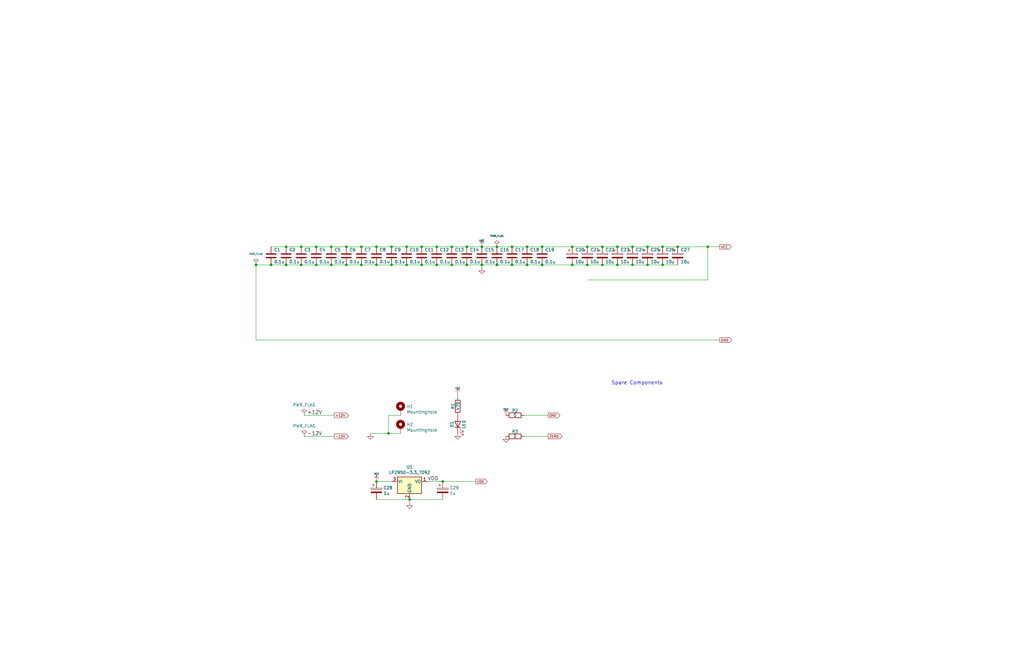
<source format=kicad_sch>
(kicad_sch (version 20211123) (generator eeschema)
  (paper "B")
  (lib_symbols
    (symbol "Device:C" (pin_numbers hide) (pin_names (offset 0.254))
      (property "Reference" "C" (at 0.635 2.54 0))
      (property "Value" "C" (at 0.635 -2.54 0))
      (symbol "C_0_1"
        (polyline (pts (xy -2.032 -0.762) (xy 2.032 -0.762)) (stroke (width 0.508)))
        (polyline (pts (xy -2.032 0.762) (xy 2.032 0.762)) (stroke (width 0.508)))
      )
      (symbol "C_1_1"
        (pin passive line (at 0 3.81 270) (length 2.794) (name "~") (number "1"))
        (pin passive line (at 0 -3.81 90) (length 2.794) (name "~") (number "2"))
      )
    )
    (symbol "Device:C_Polarized" (pin_numbers hide) (pin_names (offset 0.254))
      (property "Reference" "C" (at 0.635 2.54 0))
      (property "Value" "C_Polarized" (at 0.635 -2.54 0))
      (symbol "C_Polarized_0_1"
        (rectangle (start -2.286 0.508) (end 2.286 1.016))
        (polyline (pts (xy -1.778 2.286) (xy -0.762 2.286)))
        (polyline (pts (xy -1.27 2.794) (xy -1.27 1.778)))
        (rectangle (start 2.286 -0.508) (end -2.286 -1.016) (fill (type outline)))
      )
      (symbol "C_Polarized_1_1"
        (pin passive line (at 0 3.81 270) (length 2.794) (name "~") (number "1"))
        (pin passive line (at 0 -3.81 90) (length 2.794) (name "~") (number "2"))
      )
    )
    (symbol "Device:LED" (pin_numbers hide) (pin_names (offset 1.016) hide)
      (property "Reference" "D" (at 0 2.54 0))
      (property "Value" "LED" (at 0 -2.54 0))
      (symbol "LED_0_1"
        (polyline (pts (xy -1.27 -1.27) (xy -1.27 1.27)) (stroke (width 0.254)))
        (polyline (pts (xy -1.27 0) (xy 1.27 0)))
        (polyline (pts (xy 1.27 -1.27) (xy 1.27 1.27) (xy -1.27 0) (xy 1.27 -1.27)) (stroke (width 0.254)))
        (polyline (pts (xy -3.048 -0.762) (xy -4.572 -2.286) (xy -3.81 -2.286) (xy -4.572 -2.286) (xy -4.572 -1.524)))
        (polyline (pts (xy -1.778 -0.762) (xy -3.302 -2.286) (xy -2.54 -2.286) (xy -3.302 -2.286) (xy -3.302 -1.524)))
      )
      (symbol "LED_1_1"
        (pin passive line (at -3.81 0 0) (length 2.54) (name "K") (number "1"))
        (pin passive line (at 3.81 0 180) (length 2.54) (name "A") (number "2"))
      )
    )
    (symbol "Device:R" (pin_numbers hide) (pin_names (offset 0))
      (property "Reference" "R" (at 2.032 0 90))
      (property "Value" "R" (at 0 0 90))
      (symbol "R_0_1"
        (rectangle (start -1.016 -2.54) (end 1.016 2.54) (stroke (width 0.254)))
      )
      (symbol "R_1_1"
        (pin passive line (at 0 3.81 270) (length 1.27) (name "~") (number "1"))
        (pin passive line (at 0 -3.81 90) (length 1.27) (name "~") (number "2"))
      )
    )
    (symbol "Mechanical:MountingHole_Pad" (pin_numbers hide) (pin_names (offset 1.016) hide)
      (property "Reference" "H" (at 0 6.35 0))
      (property "Value" "MountingHole_Pad" (at 0 4.445 0))
      (symbol "MountingHole_Pad_0_1"
        (circle (center 0 1.27) (radius 1.27) (stroke (width 1.27)))
      )
      (symbol "MountingHole_Pad_1_1"
        (pin input line (at 0 -2.54 90) (length 2.54) (name "1") (number "1"))
      )
    )
    (symbol "Regulator_Linear:LP2950-3.3_TO92" (pin_names (offset 0.254))
      (property "Reference" "U" (at -3.81 3.175 0))
      (property "Value" "LP2950-3.3_TO92" (at 0 3.175 0))
      (symbol "LP2950-3.3_TO92_0_1"
        (rectangle (start -5.08 -5.08) (end 5.08 1.905) (stroke (width 0.254)) (fill (type background)))
      )
      (symbol "LP2950-3.3_TO92_1_1"
        (pin power_out line (at 7.62 0 180) (length 2.54) (name "VO") (number "1"))
        (pin power_in line (at 0 -7.62 90) (length 2.54) (name "GND") (number "2"))
        (pin power_in line (at -7.62 0 0) (length 2.54) (name "VI") (number "3"))
      )
    )
    (symbol "power:GND" (power) (pin_names (offset 0))
      (property "Value" "GND" (at 0 -3.81 0))
      (symbol "GND_0_1"
        (polyline (pts (xy 0 0) (xy 0 -1.27) (xy 1.27 -1.27) (xy 0 -2.54) (xy -1.27 -1.27) (xy 0 -1.27)))
      )
      (symbol "GND_1_1"
        (pin power_in line (at 0 0 270) (length 0) hide (name "GND") (number "1"))
      )
    )
    (symbol "power:PWR_FLAG" (power) (pin_numbers hide) (pin_names (offset 0) hide)
      (property "Value" "PWR_FLAG" (at 0 3.81 0))
      (symbol "PWR_FLAG_0_0"
        (pin power_out line (at 0 0 90) (length 0) (name "pwr") (number "1"))
      )
      (symbol "PWR_FLAG_0_1"
        (polyline (pts (xy 0 0) (xy 0 1.27) (xy -1.016 1.905) (xy 0 2.54) (xy 1.016 1.905) (xy 0 1.27)))
      )
    )
    (symbol "power:VCC" (power) (pin_names (offset 0))
      (property "Value" "VCC" (at 0 3.81 0))
      (symbol "VCC_0_1"
        (polyline (pts (xy -0.762 1.27) (xy 0 2.54)))
        (polyline (pts (xy 0 0) (xy 0 2.54)))
        (polyline (pts (xy 0 2.54) (xy 0.762 1.27)))
      )
      (symbol "VCC_1_1"
        (pin power_in line (at 0 0 90) (length 0) hide (name "VCC") (number "1"))
      )
    )
  )
  (junction (at 273.05 104.14))
  (junction (at 241.3 111.76))
  (junction (at 158.75 203.2))
  (junction (at 279.4 111.76))
  (junction (at 127 104.14))
  (junction (at 228.6 104.14))
  (junction (at 285.75 104.14))
  (junction (at 177.8 104.14))
  (junction (at 203.2 104.14))
  (junction (at 152.4 104.14))
  (junction (at 203.2 111.76))
  (junction (at 222.25 104.14))
  (junction (at 247.65 104.14))
  (junction (at 152.4 111.76))
  (junction (at 196.85 104.14))
  (junction (at 215.9 111.76))
  (junction (at 209.55 104.14))
  (junction (at 209.55 111.76))
  (junction (at 172.72 210.82))
  (junction (at 260.35 111.76))
  (junction (at 196.85 111.76))
  (junction (at 241.3 104.14))
  (junction (at 165.1 104.14))
  (junction (at 139.7 104.14))
  (junction (at 127 111.76))
  (junction (at 114.3 111.76))
  (junction (at 260.35 104.14))
  (junction (at 177.8 111.76))
  (junction (at 163.83 182.88))
  (junction (at 107.95 111.76))
  (junction (at 171.45 104.14))
  (junction (at 190.5 104.14))
  (junction (at 184.15 104.14))
  (junction (at 266.7 111.76))
  (junction (at 158.75 104.14))
  (junction (at 133.35 111.76))
  (junction (at 171.45 111.76))
  (junction (at 165.1 111.76))
  (junction (at 279.4 104.14))
  (junction (at 298.45 104.14))
  (junction (at 266.7 104.14))
  (junction (at 247.65 111.76))
  (junction (at 146.05 104.14))
  (junction (at 228.6 111.76))
  (junction (at 184.15 111.76))
  (junction (at 215.9 104.14))
  (junction (at 190.5 111.76))
  (junction (at 254 104.14))
  (junction (at 133.35 104.14))
  (junction (at 186.69 203.2))
  (junction (at 273.05 111.76))
  (junction (at 146.05 111.76))
  (junction (at 254 111.76))
  (junction (at 222.25 111.76))
  (junction (at 139.7 111.76))
  (junction (at 120.65 111.76))
  (junction (at 158.75 111.76))
  (junction (at 120.65 104.14))
  (wire (pts (xy 152.4 111.76) (xy 158.75 111.76)))
  (wire (pts (xy 133.35 111.76) (xy 139.7 111.76)))
  (wire (pts (xy 158.75 104.14) (xy 152.4 104.14)))
  (wire (pts (xy 222.25 111.76) (xy 228.6 111.76)))
  (wire (pts (xy 203.2 111.76) (xy 209.55 111.76)))
  (wire (pts (xy 266.7 111.76) (xy 273.05 111.76)))
  (wire (pts (xy 165.1 203.2) (xy 158.75 203.2)))
  (wire (pts (xy 200.66 203.2) (xy 186.69 203.2)))
  (wire (pts (xy 190.5 111.76) (xy 196.85 111.76)))
  (wire (pts (xy 168.91 182.88) (xy 163.83 182.88)))
  (wire (pts (xy 128.27 175.26) (xy 140.97 175.26)))
  (wire (pts (xy 165.1 104.14) (xy 158.75 104.14)))
  (wire (pts (xy 254 111.76) (xy 260.35 111.76)))
  (wire (pts (xy 222.25 104.14) (xy 228.6 104.14)))
  (wire (pts (xy 241.3 104.14) (xy 247.65 104.14)))
  (wire (pts (xy 247.65 111.76) (xy 254 111.76)))
  (wire (pts (xy 260.35 104.14) (xy 266.7 104.14)))
  (wire (pts (xy 172.72 210.82) (xy 186.69 210.82)))
  (wire (pts (xy 196.85 111.76) (xy 203.2 111.76)))
  (wire (pts (xy 209.55 104.14) (xy 215.9 104.14)))
  (wire (pts (xy 158.75 111.76) (xy 165.1 111.76)))
  (wire (pts (xy 107.95 111.76) (xy 114.3 111.76)))
  (wire (pts (xy 228.6 104.14) (xy 241.3 104.14)))
  (wire (pts (xy 203.2 104.14) (xy 209.55 104.14)))
  (wire (pts (xy 120.65 104.14) (xy 114.3 104.14)))
  (wire (pts (xy 180.34 203.2) (xy 186.69 203.2)))
  (wire (pts (xy 184.15 104.14) (xy 190.5 104.14)))
  (wire (pts (xy 171.45 104.14) (xy 177.8 104.14)))
  (wire (pts (xy 128.27 184.15) (xy 140.97 184.15)))
  (wire (pts (xy 260.35 111.76) (xy 266.7 111.76)))
  (wire (pts (xy 127 111.76) (xy 133.35 111.76)))
  (wire (pts (xy 172.72 212.09) (xy 172.72 210.82)))
  (wire (pts (xy 279.4 104.14) (xy 285.75 104.14)))
  (wire (pts (xy 298.45 118.11) (xy 298.45 104.14)))
  (wire (pts (xy 127 104.14) (xy 120.65 104.14)))
  (wire (pts (xy 273.05 111.76) (xy 279.4 111.76)))
  (wire (pts (xy 139.7 111.76) (xy 146.05 111.76)))
  (wire (pts (xy 114.3 111.76) (xy 120.65 111.76)))
  (wire (pts (xy 215.9 111.76) (xy 222.25 111.76)))
  (wire (pts (xy 247.65 118.11) (xy 298.45 118.11)))
  (wire (pts (xy 279.4 111.76) (xy 285.75 111.76)))
  (wire (pts (xy 254 104.14) (xy 260.35 104.14)))
  (wire (pts (xy 107.95 143.51) (xy 303.53 143.51)))
  (wire (pts (xy 177.8 111.76) (xy 184.15 111.76)))
  (wire (pts (xy 298.45 104.14) (xy 303.53 104.14)))
  (wire (pts (xy 220.98 175.26) (xy 231.14 175.26)))
  (wire (pts (xy 152.4 104.14) (xy 146.05 104.14)))
  (wire (pts (xy 168.91 175.26) (xy 163.83 175.26)))
  (wire (pts (xy 203.2 111.76) (xy 203.2 113.03)))
  (wire (pts (xy 133.35 104.14) (xy 127 104.14)))
  (wire (pts (xy 146.05 104.14) (xy 139.7 104.14)))
  (wire (pts (xy 107.95 111.76) (xy 107.95 143.51)))
  (wire (pts (xy 184.15 111.76) (xy 190.5 111.76)))
  (wire (pts (xy 158.75 210.82) (xy 172.72 210.82)))
  (wire (pts (xy 193.04 167.64) (xy 193.04 166.37)))
  (wire (pts (xy 247.65 104.14) (xy 254 104.14)))
  (wire (pts (xy 228.6 111.76) (xy 241.3 111.76)))
  (wire (pts (xy 165.1 111.76) (xy 171.45 111.76)))
  (wire (pts (xy 273.05 104.14) (xy 279.4 104.14)))
  (wire (pts (xy 171.45 104.14) (xy 165.1 104.14)))
  (wire (pts (xy 220.98 184.15) (xy 231.14 184.15)))
  (wire (pts (xy 266.7 104.14) (xy 273.05 104.14)))
  (wire (pts (xy 190.5 104.14) (xy 196.85 104.14)))
  (wire (pts (xy 177.8 104.14) (xy 184.15 104.14)))
  (wire (pts (xy 163.83 175.26) (xy 163.83 182.88)))
  (wire (pts (xy 139.7 104.14) (xy 133.35 104.14)))
  (wire (pts (xy 171.45 111.76) (xy 177.8 111.76)))
  (wire (pts (xy 241.3 111.76) (xy 247.65 111.76)))
  (wire (pts (xy 196.85 104.14) (xy 203.2 104.14)))
  (wire (pts (xy 120.65 111.76) (xy 127 111.76)))
  (wire (pts (xy 215.9 104.14) (xy 222.25 104.14)))
  (wire (pts (xy 146.05 111.76) (xy 152.4 111.76)))
  (wire (pts (xy 285.75 104.14) (xy 298.45 104.14)))
  (wire (pts (xy 209.55 111.76) (xy 215.9 111.76)))
  (wire (pts (xy 163.83 182.88) (xy 156.21 182.88)))
  (text "Spare Components" (at 257.81 162.56 0) (effects (font (size 1.524 1.524)) (justify left bottom)))
  (label "VDD" (at 180.34 203.2 0) (effects (font (size 1.524 1.524))))
  (label "-12V" (at 129.54 184.15 0) (effects (font (size 1.524 1.524))))
  (label "+12V" (at 129.54 175.26 0) (effects (font (size 1.524 1.524))))
  (global_label "VDD" (shape output) (at 200.66 203.2 0) (effects (font (size 1.016 1.016))) (property "Intersheet References" "${INTERSHEET_REFS}" (effects hide)))
  (global_label "ZERO" (shape output) (at 231.14 184.15 0) (effects (font (size 1.016 1.016))) (property "Intersheet References" "${INTERSHEET_REFS}" (effects hide)))
  (global_label "VCC" (shape output) (at 303.53 104.14 0) (effects (font (size 1.016 1.016))) (property "Intersheet References" "${INTERSHEET_REFS}" (effects hide)))
  (global_label "+12V" (shape output) (at 140.97 175.26 0) (effects (font (size 1.016 1.016))) (property "Intersheet References" "${INTERSHEET_REFS}" (effects hide)))
  (global_label "GND" (shape output) (at 303.53 143.51 0) (effects (font (size 1.016 1.016))) (property "Intersheet References" "${INTERSHEET_REFS}" (effects hide)))
  (global_label "-12V" (shape output) (at 140.97 184.15 0) (effects (font (size 1.016 1.016))) (property "Intersheet References" "${INTERSHEET_REFS}" (effects hide)))
  (global_label "ONE" (shape output) (at 231.14 175.26 0) (effects (font (size 1.016 1.016))) (property "Intersheet References" "${INTERSHEET_REFS}" (effects hide)))
  (symbol (lib_id "Device:C_Polarized") (at 285.75 107.95 0) (unit 1)
    (property "Reference" "C27" (at 287.02 105.41 0) (effects (justify left)))
    (property "Value" "10u" (at 287.02 110.49 0) (effects (justify left)))
    (property "Footprint" "Capacitor_THT:CP_Radial_D5.0mm_P2.50mm" (effects hide))
  )
  (symbol (lib_id "Device:C") (at 114.3 107.95 0) (unit 1)
    (property "Reference" "C1" (at 115.57 105.41 0) (effects (justify left)))
    (property "Value" "0.1u" (at 115.57 110.49 0) (effects (justify left)))
    (property "Footprint" "Capacitor_THT:C_Disc_D5.0mm_W2.5mm_P5.00mm" (effects hide))
  )
  (symbol (lib_id "power:GND") (at 203.2 113.03 0) (unit 1)
    (property "Reference" "#PWR05" (effects hide))
    (property "Value" "GND" (effects hide))
  )
  (symbol (lib_id "power:VCC") (at 203.2 104.14 0) (unit 1)
    (property "Reference" "#PWR04" (effects hide))
    (property "Value" "VCC" (at 203.2 101.6 0) (effects (font (size 0.762 0.762))))
  )
  (symbol (lib_id "Device:C") (at 215.9 107.95 0) (unit 1)
    (property "Reference" "C17" (at 217.17 105.41 0) (effects (justify left)))
    (property "Value" "0.1u" (at 217.17 110.49 0) (effects (justify left)))
    (property "Footprint" "Capacitor_THT:C_Disc_D5.0mm_W2.5mm_P5.00mm" (effects hide))
  )
  (symbol (lib_id "Device:C") (at 165.1 107.95 0) (unit 1)
    (property "Reference" "C9" (at 166.37 105.41 0) (effects (justify left)))
    (property "Value" "0.1u" (at 166.37 110.49 0) (effects (justify left)))
    (property "Footprint" "Capacitor_THT:C_Disc_D5.0mm_W2.5mm_P5.00mm" (effects hide))
  )
  (symbol (lib_id "Device:C") (at 171.45 107.95 0) (unit 1)
    (property "Reference" "C10" (at 172.72 105.41 0) (effects (justify left)))
    (property "Value" "0.1u" (at 172.72 110.49 0) (effects (justify left)))
    (property "Footprint" "Capacitor_THT:C_Disc_D5.0mm_W2.5mm_P5.00mm" (effects hide))
  )
  (symbol (lib_id "Device:C_Polarized") (at 266.7 107.95 0) (unit 1)
    (property "Reference" "C24" (at 267.97 105.41 0) (effects (justify left)))
    (property "Value" "10u" (at 267.97 110.49 0) (effects (justify left)))
    (property "Footprint" "Capacitor_THT:CP_Radial_D5.0mm_P2.50mm" (effects hide))
  )
  (symbol (lib_id "Device:C_Polarized") (at 273.05 107.95 0) (unit 1)
    (property "Reference" "C25" (at 274.32 105.41 0) (effects (justify left)))
    (property "Value" "10u" (at 274.32 110.49 0) (effects (justify left)))
    (property "Footprint" "Capacitor_THT:CP_Radial_D5.0mm_P2.50mm" (effects hide))
  )
  (symbol (lib_id "Device:C") (at 127 107.95 0) (unit 1)
    (property "Reference" "C3" (at 128.27 105.41 0) (effects (justify left)))
    (property "Value" "0.1u" (at 128.27 110.49 0) (effects (justify left)))
    (property "Footprint" "Capacitor_THT:C_Disc_D5.0mm_W2.5mm_P5.00mm" (effects hide))
  )
  (symbol (lib_id "Device:C") (at 133.35 107.95 0) (unit 1)
    (property "Reference" "C4" (at 134.62 105.41 0) (effects (justify left)))
    (property "Value" "0.1u" (at 134.62 110.49 0) (effects (justify left)))
    (property "Footprint" "Capacitor_THT:C_Disc_D5.0mm_W2.5mm_P5.00mm" (effects hide))
  )
  (symbol (lib_id "Device:C") (at 139.7 107.95 0) (unit 1)
    (property "Reference" "C5" (at 140.97 105.41 0) (effects (justify left)))
    (property "Value" "0.1u" (at 140.97 110.49 0) (effects (justify left)))
    (property "Footprint" "Capacitor_THT:C_Disc_D5.0mm_W2.5mm_P5.00mm" (effects hide))
  )
  (symbol (lib_id "power:GND") (at 193.04 182.88 0) (unit 1)
    (property "Reference" "#PWR03" (effects hide))
    (property "Value" "GND" (effects hide))
  )
  (symbol (lib_id "Device:C") (at 152.4 107.95 0) (unit 1)
    (property "Reference" "C7" (at 153.67 105.41 0) (effects (justify left)))
    (property "Value" "0.1u" (at 153.67 110.49 0) (effects (justify left)))
    (property "Footprint" "Capacitor_THT:C_Disc_D5.0mm_W2.5mm_P5.00mm" (effects hide))
  )
  (symbol (lib_id "Device:C_Polarized") (at 279.4 107.95 0) (unit 1)
    (property "Reference" "C26" (at 280.67 105.41 0) (effects (justify left)))
    (property "Value" "10u" (at 280.67 110.49 0) (effects (justify left)))
    (property "Footprint" "Capacitor_THT:CP_Radial_D5.0mm_P2.50mm" (effects hide))
  )
  (symbol (lib_id "Device:C") (at 177.8 107.95 0) (unit 1)
    (property "Reference" "C11" (at 179.07 105.41 0) (effects (justify left)))
    (property "Value" "0.1u" (at 179.07 110.49 0) (effects (justify left)))
    (property "Footprint" "Capacitor_THT:C_Disc_D5.0mm_W2.5mm_P5.00mm" (effects hide))
  )
  (symbol (lib_id "Device:C") (at 184.15 107.95 0) (unit 1)
    (property "Reference" "C12" (at 185.42 105.41 0) (effects (justify left)))
    (property "Value" "0.1u" (at 185.42 110.49 0) (effects (justify left)))
    (property "Footprint" "Capacitor_THT:C_Disc_D5.0mm_W2.5mm_P5.00mm" (effects hide))
  )
  (symbol (lib_id "Device:C") (at 190.5 107.95 0) (unit 1)
    (property "Reference" "C13" (at 191.77 105.41 0) (effects (justify left)))
    (property "Value" "0.1u" (at 191.77 110.49 0) (effects (justify left)))
    (property "Footprint" "Capacitor_THT:C_Disc_D5.0mm_W2.5mm_P5.00mm" (effects hide))
  )
  (symbol (lib_id "Device:R") (at 217.17 184.15 90) (unit 1)
    (property "Reference" "R3" (at 217.17 182.118 90))
    (property "Value" "0" (at 217.17 184.15 90))
    (property "Footprint" "Resistor_THT:R_Axial_DIN0207_L6.3mm_D2.5mm_P7.62mm_Horizontal" (effects hide))
  )
  (symbol (lib_id "power:GND") (at 213.36 184.15 0) (unit 1)
    (property "Reference" "#PWR07" (effects hide))
    (property "Value" "GND" (effects hide))
  )
  (symbol (lib_id "power:GND") (at 156.21 182.88 0) (unit 1)
    (property "Reference" "#PWR01" (effects hide))
    (property "Value" "GND" (effects hide))
  )
  (symbol (lib_id "Mechanical:MountingHole_Pad") (at 168.91 180.34 0) (unit 1)
    (property "Reference" "H2" (at 171.45 179.1716 0) (effects (justify left)))
    (property "Value" "MountingHole" (at 171.45 181.483 0) (effects (justify left)))
    (property "Footprint" "MountingHole:MountingHole_3.2mm_M3_Pad" (effects hide))
  )
  (symbol (lib_id "Device:C") (at 196.85 107.95 0) (unit 1)
    (property "Reference" "C14" (at 198.12 105.41 0) (effects (justify left)))
    (property "Value" "0.1u" (at 198.12 110.49 0) (effects (justify left)))
    (property "Footprint" "Capacitor_THT:C_Disc_D5.0mm_W2.5mm_P5.00mm" (effects hide))
  )
  (symbol (lib_id "Device:C") (at 203.2 107.95 0) (unit 1)
    (property "Reference" "C15" (at 204.47 105.41 0) (effects (justify left)))
    (property "Value" "0.1u" (at 204.47 110.49 0) (effects (justify left)))
    (property "Footprint" "Capacitor_THT:C_Disc_D5.0mm_W2.5mm_P5.00mm" (effects hide))
  )
  (symbol (lib_id "Mechanical:MountingHole_Pad") (at 168.91 172.72 0) (unit 1)
    (property "Reference" "H1" (at 171.45 171.5516 0) (effects (justify left)))
    (property "Value" "MountingHole" (at 171.45 173.863 0) (effects (justify left)))
    (property "Footprint" "MountingHole:MountingHole_3.2mm_M3_Pad" (effects hide))
  )
  (symbol (lib_id "power:PWR_FLAG") (at 128.27 175.26 0) (unit 1)
    (property "Reference" "#FLG02" (effects hide))
    (property "Value" "PWR_FLAG" (at 128.27 170.8658 0))
  )
  (symbol (lib_id "power:PWR_FLAG") (at 128.27 184.15 0) (unit 1)
    (property "Reference" "#FLG03" (effects hide))
    (property "Value" "PWR_FLAG" (at 128.27 179.7558 0))
  )
  (symbol (lib_id "power:PWR_FLAG") (at 209.55 104.14 0) (unit 1)
    (property "Reference" "#FLG04" (effects hide))
    (property "Value" "PWR_FLAG" (at 209.55 99.568 0) (effects (font (size 0.762 0.762))))
  )
  (symbol (lib_id "Device:C_Polarized") (at 241.3 107.95 0) (unit 1)
    (property "Reference" "C20" (at 242.57 105.41 0) (effects (justify left)))
    (property "Value" "10u" (at 242.57 110.49 0) (effects (justify left)))
    (property "Footprint" "Capacitor_THT:CP_Radial_D5.0mm_P2.50mm" (effects hide))
  )
  (symbol (lib_id "Device:C_Polarized") (at 247.65 107.95 0) (unit 1)
    (property "Reference" "C21" (at 248.92 105.41 0) (effects (justify left)))
    (property "Value" "10u" (at 248.92 110.49 0) (effects (justify left)))
    (property "Footprint" "Capacitor_THT:CP_Radial_D5.0mm_P2.50mm" (effects hide))
  )
  (symbol (lib_id "Device:LED") (at 193.04 179.07 90) (unit 1)
    (property "Reference" "D1" (at 190.5 179.07 0))
    (property "Value" "LED" (at 195.58 179.07 0))
    (property "Footprint" "LED_THT:LED_D3.0mm_Horizontal_O3.81mm_Z2.0mm" (effects hide))
  )
  (symbol (lib_id "Device:R") (at 193.04 171.45 180) (unit 1)
    (property "Reference" "R1" (at 191.008 171.45 90))
    (property "Value" "470" (at 193.04 171.45 90))
    (property "Footprint" "Resistor_THT:R_Axial_DIN0207_L6.3mm_D2.5mm_P7.62mm_Horizontal" (effects hide))
  )
  (symbol (lib_id "Device:C") (at 120.65 107.95 0) (unit 1)
    (property "Reference" "C2" (at 121.92 105.41 0) (effects (justify left)))
    (property "Value" "0.1u" (at 121.92 110.49 0) (effects (justify left)))
    (property "Footprint" "Capacitor_THT:C_Disc_D5.0mm_W2.5mm_P5.00mm" (effects hide))
  )
  (symbol (lib_id "power:VCC") (at 193.04 166.37 0) (unit 1)
    (property "Reference" "#PWR02" (effects hide))
    (property "Value" "VCC" (at 193.04 163.83 0) (effects (font (size 0.762 0.762))))
  )
  (symbol (lib_id "Device:C") (at 146.05 107.95 0) (unit 1)
    (property "Reference" "C6" (at 147.32 105.41 0) (effects (justify left)))
    (property "Value" "0.1u" (at 147.32 110.49 0) (effects (justify left)))
    (property "Footprint" "Capacitor_THT:C_Disc_D5.0mm_W2.5mm_P5.00mm" (effects hide))
  )
  (symbol (lib_id "power:PWR_FLAG") (at 107.95 111.76 0) (unit 1)
    (property "Reference" "#FLG01" (effects hide))
    (property "Value" "PWR_FLAG" (at 107.95 107.188 0) (effects (font (size 0.762 0.762))))
  )
  (symbol (lib_id "Device:C") (at 228.6 107.95 0) (unit 1)
    (property "Reference" "C19" (at 229.87 105.41 0) (effects (justify left)))
    (property "Value" "0.1u" (at 229.87 110.49 0) (effects (justify left)))
    (property "Footprint" "Capacitor_THT:C_Disc_D5.0mm_W2.5mm_P5.00mm" (effects hide))
  )
  (symbol (lib_id "Device:C") (at 158.75 107.95 0) (unit 1)
    (property "Reference" "C8" (at 160.02 105.41 0) (effects (justify left)))
    (property "Value" "0.1u" (at 160.02 110.49 0) (effects (justify left)))
    (property "Footprint" "Capacitor_THT:C_Disc_D5.0mm_W2.5mm_P5.00mm" (effects hide))
  )
  (symbol (lib_id "Device:C") (at 222.25 107.95 0) (unit 1)
    (property "Reference" "C18" (at 223.52 105.41 0) (effects (justify left)))
    (property "Value" "0.1u" (at 223.52 110.49 0) (effects (justify left)))
    (property "Footprint" "Capacitor_THT:C_Disc_D5.0mm_W2.5mm_P5.00mm" (effects hide))
  )
  (symbol (lib_id "Device:C_Polarized") (at 254 107.95 0) (unit 1)
    (property "Reference" "C22" (at 255.27 105.41 0) (effects (justify left)))
    (property "Value" "10u" (at 255.27 110.49 0) (effects (justify left)))
    (property "Footprint" "Capacitor_THT:CP_Radial_D5.0mm_P2.50mm" (effects hide))
  )
  (symbol (lib_id "Device:C_Polarized") (at 260.35 107.95 0) (unit 1)
    (property "Reference" "C23" (at 261.62 105.41 0) (effects (justify left)))
    (property "Value" "10u" (at 261.62 110.49 0) (effects (justify left)))
    (property "Footprint" "Capacitor_THT:CP_Radial_D5.0mm_P2.50mm" (effects hide))
  )
  (symbol (lib_id "Device:C") (at 209.55 107.95 0) (unit 1)
    (property "Reference" "C16" (at 210.82 105.41 0) (effects (justify left)))
    (property "Value" "0.1u" (at 210.82 110.49 0) (effects (justify left)))
    (property "Footprint" "Capacitor_THT:C_Disc_D5.0mm_W2.5mm_P5.00mm" (effects hide))
  )
  (symbol (lib_id "Device:C_Polarized") (at 158.75 207.01 0) (unit 1)
    (property "Reference" "C28" (at 161.671 205.8416 0) (effects (justify left)))
    (property "Value" "1u" (at 161.671 208.153 0) (effects (justify left)))
    (property "Footprint" "Capacitor_THT:CP_Radial_D5.0mm_P2.50mm" (effects hide))
  )
  (symbol (lib_id "power:VCC") (at 213.36 175.26 0) (unit 1)
    (property "Reference" "#PWR06" (effects hide))
    (property "Value" "VCC" (at 213.36 172.72 0) (effects (font (size 0.762 0.762))))
  )
  (symbol (lib_id "Device:C_Polarized") (at 186.69 207.01 0) (unit 1)
    (property "Reference" "C29" (at 189.611 205.8416 0) (effects (justify left)))
    (property "Value" "1u" (at 189.611 208.153 0) (effects (justify left)))
    (property "Footprint" "Capacitor_THT:CP_Radial_D5.0mm_P2.50mm" (effects hide))
  )
  (symbol (lib_id "Device:R") (at 217.17 175.26 90) (unit 1)
    (property "Reference" "R2" (at 217.17 173.228 90))
    (property "Value" "0" (at 217.17 175.26 90))
    (property "Footprint" "Resistor_THT:R_Axial_DIN0207_L6.3mm_D2.5mm_P7.62mm_Horizontal" (effects hide))
  )
  (symbol (lib_id "Regulator_Linear:LP2950-3.3_TO92") (at 172.72 203.2 0) (unit 1)
    (property "Reference" "U1" (at 172.72 197.0532 0))
    (property "Value" "LP2950-3.3_TO92" (at 172.72 199.3646 0))
    (property "Footprint" "Package_TO_SOT_THT:TO-92_Inline" (effects hide))
    (property "Datasheet" "http://www.ti.com/lit/ds/symlink/lp2950.pdf" (effects hide))
  )
  (symbol (lib_id "power:VCC") (at 158.75 203.2 0) (unit 1)
    (property "Reference" "#PWR08" (effects hide))
    (property "Value" "VCC" (at 158.8262 199.9488 0) (effects (font (size 0.762 0.762))))
  )
  (symbol (lib_id "power:GND") (at 172.72 212.09 0) (unit 1)
    (property "Reference" "#PWR09" (effects hide))
    (property "Value" "GND" (effects hide))
  )
)
</source>
